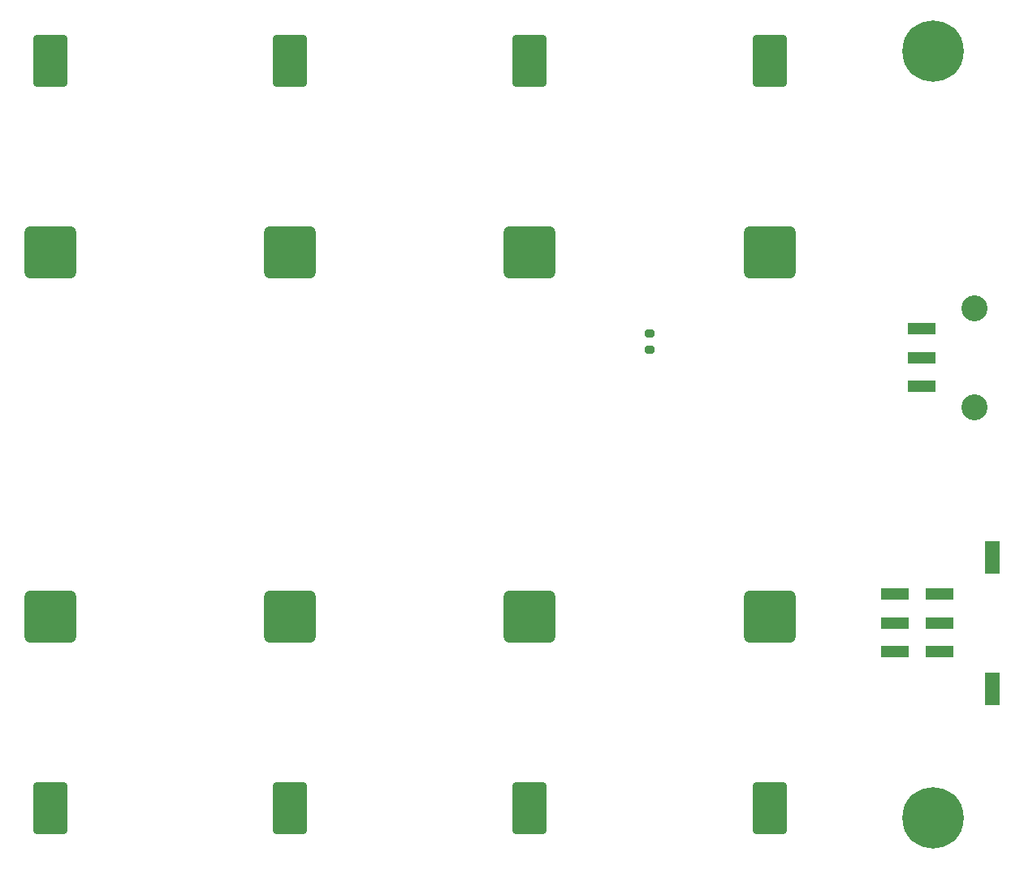
<source format=gbs>
%TF.GenerationSoftware,KiCad,Pcbnew,(6.0.11)*%
%TF.CreationDate,2023-07-04T18:20:15-04:00*%
%TF.ProjectId,Batt_Rev20,42617474-5f52-4657-9632-302e6b696361,rev?*%
%TF.SameCoordinates,Original*%
%TF.FileFunction,Soldermask,Bot*%
%TF.FilePolarity,Negative*%
%FSLAX46Y46*%
G04 Gerber Fmt 4.6, Leading zero omitted, Abs format (unit mm)*
G04 Created by KiCad (PCBNEW (6.0.11)) date 2023-07-04 18:20:15*
%MOMM*%
%LPD*%
G01*
G04 APERTURE LIST*
G04 Aperture macros list*
%AMRoundRect*
0 Rectangle with rounded corners*
0 $1 Rounding radius*
0 $2 $3 $4 $5 $6 $7 $8 $9 X,Y pos of 4 corners*
0 Add a 4 corners polygon primitive as box body*
4,1,4,$2,$3,$4,$5,$6,$7,$8,$9,$2,$3,0*
0 Add four circle primitives for the rounded corners*
1,1,$1+$1,$2,$3*
1,1,$1+$1,$4,$5*
1,1,$1+$1,$6,$7*
1,1,$1+$1,$8,$9*
0 Add four rect primitives between the rounded corners*
20,1,$1+$1,$2,$3,$4,$5,0*
20,1,$1+$1,$4,$5,$6,$7,0*
20,1,$1+$1,$6,$7,$8,$9,0*
20,1,$1+$1,$8,$9,$2,$3,0*%
G04 Aperture macros list end*
%ADD10R,2.920000X1.270000*%
%ADD11R,1.650000X3.430000*%
%ADD12C,2.710000*%
%ADD13C,0.800000*%
%ADD14C,6.400000*%
%ADD15RoundRect,0.450000X-2.050000X0.450000X-2.050000X-0.450000X2.050000X-0.450000X2.050000X0.450000X0*%
%ADD16RoundRect,0.400000X-1.250000X0.600000X-1.250000X-0.600000X1.250000X-0.600000X1.250000X0.600000X0*%
%ADD17RoundRect,0.200000X-0.400000X0.200000X-0.400000X-0.200000X0.400000X-0.200000X0.400000X0.200000X0*%
%ADD18O,2.400000X1.500000*%
%ADD19RoundRect,0.360000X-1.440000X2.340000X-1.440000X-2.340000X1.440000X-2.340000X1.440000X2.340000X0*%
%ADD20RoundRect,0.540000X-2.160000X2.160000X-2.160000X-2.160000X2.160000X-2.160000X2.160000X2.160000X0*%
%ADD21RoundRect,0.400000X1.250000X-0.600000X1.250000X0.600000X-1.250000X0.600000X-1.250000X-0.600000X0*%
%ADD22RoundRect,0.450000X2.050000X-0.450000X2.050000X0.450000X-2.050000X0.450000X-2.050000X-0.450000X0*%
%ADD23RoundRect,0.540000X2.160000X-2.160000X2.160000X2.160000X-2.160000X2.160000X-2.160000X-2.160000X0*%
%ADD24RoundRect,0.200000X0.400000X-0.200000X0.400000X0.200000X-0.400000X0.200000X-0.400000X-0.200000X0*%
%ADD25RoundRect,0.360000X1.440000X-2.340000X1.440000X2.340000X-1.440000X2.340000X-1.440000X-2.340000X0*%
%ADD26RoundRect,0.200000X0.275000X-0.200000X0.275000X0.200000X-0.275000X0.200000X-0.275000X-0.200000X0*%
G04 APERTURE END LIST*
D10*
%TO.C,J1*%
X142715000Y-102700000D03*
X142715000Y-99700000D03*
X142715000Y-96700000D03*
X138085000Y-102700000D03*
X138085000Y-99700000D03*
X138085000Y-96700000D03*
D11*
X148185000Y-106585000D03*
X148185000Y-92815000D03*
%TD*%
D10*
%TO.C,J2*%
X140880000Y-75000000D03*
X140880000Y-72000000D03*
X140880000Y-69000000D03*
D12*
X146350000Y-77150000D03*
X146350000Y-66850000D03*
%TD*%
D13*
%TO.C,H2*%
X142000000Y-117600000D03*
X142000000Y-122400000D03*
X140302944Y-121697056D03*
X143697056Y-118302944D03*
X144400000Y-120000000D03*
X139600000Y-120000000D03*
X143697056Y-121697056D03*
D14*
X142000000Y-120000000D03*
D13*
X140302944Y-118302944D03*
%TD*%
D14*
%TO.C,H1*%
X142000000Y-40000000D03*
D13*
X139600000Y-40000000D03*
X140302944Y-38302944D03*
X142000000Y-42400000D03*
X140302944Y-41697056D03*
X143697056Y-41697056D03*
X144400000Y-40000000D03*
X143697056Y-38302944D03*
X142000000Y-37600000D03*
%TD*%
D15*
%TO.C,BT4*%
X125000000Y-62600000D03*
D16*
X125000000Y-42600000D03*
D17*
X126800000Y-61000000D03*
D15*
X125000000Y-59380000D03*
D18*
X125000000Y-41000000D03*
D16*
X125000000Y-39400000D03*
D18*
X125000000Y-61000000D03*
D19*
X125000000Y-41000000D03*
D20*
X125000000Y-61000000D03*
D17*
X123200000Y-61000000D03*
D18*
X125000000Y-99000000D03*
D16*
X125000000Y-120600000D03*
D19*
X125000000Y-119000000D03*
D15*
X125000000Y-100620000D03*
D20*
X125000000Y-99000000D03*
D16*
X125000000Y-117400000D03*
D15*
X125000000Y-97400000D03*
D17*
X126800000Y-99020000D03*
X123200000Y-99020000D03*
D18*
X125000000Y-119000000D03*
%TD*%
D15*
%TO.C,BT2*%
X75000000Y-62600000D03*
D20*
X75000000Y-61000000D03*
D17*
X73200000Y-61000000D03*
D16*
X75000000Y-39400000D03*
X75000000Y-42600000D03*
D18*
X75000000Y-41000000D03*
D15*
X75000000Y-59380000D03*
D19*
X75000000Y-41000000D03*
D17*
X76800000Y-61000000D03*
D18*
X75000000Y-61000000D03*
D15*
X75000000Y-100620000D03*
D17*
X76800000Y-99020000D03*
D16*
X75000000Y-117400000D03*
X75000000Y-120600000D03*
D20*
X75000000Y-99000000D03*
D19*
X75000000Y-119000000D03*
D18*
X75000000Y-99000000D03*
X75000000Y-119000000D03*
D15*
X75000000Y-97400000D03*
D17*
X73200000Y-99020000D03*
%TD*%
D18*
%TO.C,BT3*%
X100000000Y-119000000D03*
D21*
X100000000Y-120600000D03*
D22*
X100000000Y-100620000D03*
D23*
X100000000Y-99000000D03*
D24*
X98200000Y-99000000D03*
X101800000Y-99000000D03*
D18*
X100000000Y-99000000D03*
D25*
X100000000Y-119000000D03*
D22*
X100000000Y-97400000D03*
D21*
X100000000Y-117400000D03*
D22*
X100000000Y-59380000D03*
X100000000Y-62600000D03*
D24*
X101800000Y-60980000D03*
D21*
X100000000Y-39400000D03*
D18*
X100000000Y-41000000D03*
X100000000Y-61000000D03*
D24*
X98200000Y-60980000D03*
D25*
X100000000Y-41000000D03*
D21*
X100000000Y-42600000D03*
D23*
X100000000Y-61000000D03*
%TD*%
%TO.C,BT1*%
X50000000Y-99000000D03*
D22*
X50000000Y-100620000D03*
D21*
X50000000Y-120600000D03*
D24*
X48200000Y-99000000D03*
D22*
X50000000Y-97400000D03*
D18*
X50000000Y-99000000D03*
D21*
X50000000Y-117400000D03*
D25*
X50000000Y-119000000D03*
D24*
X51800000Y-99000000D03*
D18*
X50000000Y-119000000D03*
D21*
X50000000Y-39400000D03*
D22*
X50000000Y-59380000D03*
D21*
X50000000Y-42600000D03*
D18*
X50000000Y-61000000D03*
D24*
X51800000Y-60980000D03*
D25*
X50000000Y-41000000D03*
D23*
X50000000Y-61000000D03*
D24*
X48200000Y-60980000D03*
D18*
X50000000Y-41000000D03*
D22*
X50000000Y-62600000D03*
%TD*%
D26*
%TO.C,TH1*%
X112500000Y-71150000D03*
X112500000Y-69500000D03*
%TD*%
M02*

</source>
